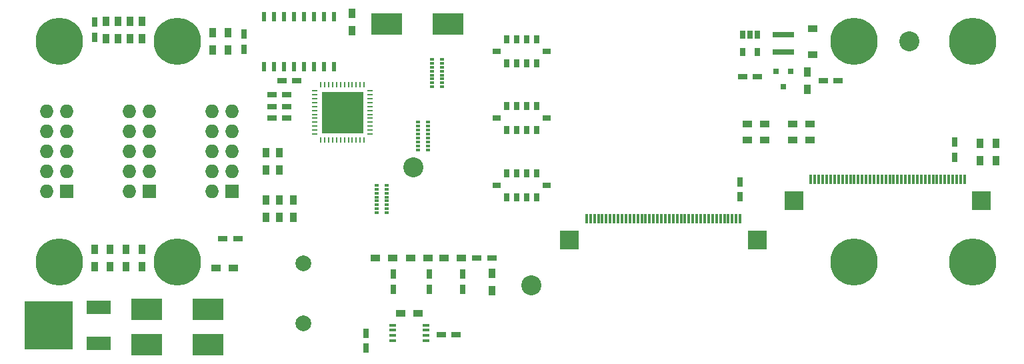
<source format=gbr>
G04 #@! TF.FileFunction,Soldermask,Top*
%FSLAX46Y46*%
G04 Gerber Fmt 4.6, Leading zero omitted, Abs format (unit mm)*
G04 Created by KiCad (PCBNEW 4.0.5+dfsg1-4) date Tue May 29 15:03:41 2018*
%MOMM*%
%LPD*%
G01*
G04 APERTURE LIST*
%ADD10C,0.100000*%
%ADD11R,4.000500X2.700020*%
%ADD12R,1.727200X1.727200*%
%ADD13O,1.727200X1.727200*%
%ADD14R,0.300000X1.200000*%
%ADD15R,2.400000X2.400000*%
%ADD16O,0.750000X0.250000*%
%ADD17O,0.250000X0.750000*%
%ADD18R,5.300000X5.300000*%
%ADD19R,0.600000X0.350000*%
%ADD20C,2.000000*%
%ADD21R,0.700000X1.000000*%
%ADD22R,1.000000X0.800000*%
%ADD23R,0.800100X0.800100*%
%ADD24R,2.700000X0.800000*%
%ADD25C,6.000000*%
%ADD26R,1.220000X0.910000*%
%ADD27R,0.750000X1.200000*%
%ADD28R,1.200000X0.750000*%
%ADD29R,0.900000X1.200000*%
%ADD30R,1.200000X0.900000*%
%ADD31R,0.508000X1.143000*%
%ADD32R,3.048000X1.651000*%
%ADD33R,6.096000X6.096000*%
%ADD34R,0.890000X0.420000*%
%ADD35R,0.650000X1.060000*%
%ADD36C,2.540000*%
G04 APERTURE END LIST*
D10*
D11*
X127388740Y-58750000D03*
X119611260Y-58750000D03*
D12*
X79000000Y-80000000D03*
D13*
X76460000Y-80000000D03*
X79000000Y-77460000D03*
X76460000Y-77460000D03*
X79000000Y-74920000D03*
X76460000Y-74920000D03*
X79000000Y-72380000D03*
X76460000Y-72380000D03*
X79000000Y-69840000D03*
X76460000Y-69840000D03*
D14*
X164500000Y-83500000D03*
X164000000Y-83500000D03*
X163500000Y-83500000D03*
X163000000Y-83500000D03*
X162500000Y-83500000D03*
X162000000Y-83500000D03*
X161500000Y-83500000D03*
X161000000Y-83500000D03*
X160500000Y-83500000D03*
X160000000Y-83500000D03*
X159500000Y-83500000D03*
X159000000Y-83500000D03*
X158500000Y-83500000D03*
X158000000Y-83500000D03*
X157500000Y-83500000D03*
X157000000Y-83500000D03*
X156500000Y-83500000D03*
X156000000Y-83500000D03*
X155500000Y-83500000D03*
X155000000Y-83500000D03*
X154500000Y-83500000D03*
X154000000Y-83500000D03*
X153500000Y-83500000D03*
X153000000Y-83500000D03*
X152500000Y-83500000D03*
X152000000Y-83500000D03*
X151500000Y-83500000D03*
X151000000Y-83500000D03*
X150500000Y-83500000D03*
X150000000Y-83500000D03*
X149500000Y-83500000D03*
X149000000Y-83500000D03*
X148500000Y-83500000D03*
X148000000Y-83500000D03*
X147500000Y-83500000D03*
X147000000Y-83500000D03*
X146500000Y-83500000D03*
X146000000Y-83500000D03*
X145500000Y-83500000D03*
X145000000Y-83500000D03*
D15*
X166650000Y-86200000D03*
X142850000Y-86200000D03*
D11*
X96888740Y-95000000D03*
X89111260Y-95000000D03*
X96888740Y-99500000D03*
X89111260Y-99500000D03*
D12*
X89500000Y-80000000D03*
D13*
X86960000Y-80000000D03*
X89500000Y-77460000D03*
X86960000Y-77460000D03*
X89500000Y-74920000D03*
X86960000Y-74920000D03*
X89500000Y-72380000D03*
X86960000Y-72380000D03*
X89500000Y-69840000D03*
X86960000Y-69840000D03*
D16*
X117525000Y-69750000D03*
X117525000Y-70250000D03*
X117525000Y-70750000D03*
X117525000Y-71250000D03*
X117525000Y-71750000D03*
X117525000Y-72250000D03*
X117525000Y-72750000D03*
X117525000Y-69250000D03*
X117525000Y-68750000D03*
X117525000Y-68250000D03*
X117525000Y-67750000D03*
X110475000Y-67250000D03*
X110475000Y-67750000D03*
X110475000Y-68250000D03*
X110475000Y-68750000D03*
X110475000Y-69250000D03*
X110475000Y-69750000D03*
X110475000Y-70250000D03*
X110475000Y-70750000D03*
X110475000Y-71250000D03*
X110475000Y-71750000D03*
X110475000Y-72250000D03*
X110475000Y-72750000D03*
D17*
X114250000Y-66475000D03*
X114750000Y-66475000D03*
X115250000Y-66475000D03*
X115750000Y-66475000D03*
X116250000Y-66475000D03*
X116750000Y-66475000D03*
X113750000Y-66475000D03*
X113250000Y-66475000D03*
X112750000Y-66475000D03*
X112250000Y-66475000D03*
X111750000Y-66475000D03*
X111250000Y-66475000D03*
X116750000Y-73525000D03*
X116250000Y-73525000D03*
X115725000Y-73525000D03*
X115250000Y-73525000D03*
X114750000Y-73525000D03*
X114250000Y-73525000D03*
X113750000Y-73525000D03*
X113250000Y-73525000D03*
X112750000Y-73525000D03*
X112250000Y-73525000D03*
X111750000Y-73525000D03*
X111250000Y-73525000D03*
D16*
X117525000Y-67250000D03*
D18*
X114000000Y-70000000D03*
D19*
X118350000Y-79250000D03*
X118350000Y-79750000D03*
X118350000Y-80250000D03*
X118350000Y-80750000D03*
X118350000Y-81250000D03*
X118350000Y-81750000D03*
X118350000Y-82250000D03*
X118350000Y-82750000D03*
X119650000Y-82750000D03*
X119650000Y-82250000D03*
X119650000Y-81750000D03*
X119650000Y-81250000D03*
X119650000Y-80750000D03*
X119650000Y-80250000D03*
X119650000Y-79750000D03*
X119650000Y-79250000D03*
X123600000Y-71250000D03*
X123600000Y-71750000D03*
X123600000Y-72250000D03*
X123600000Y-72750000D03*
X123600000Y-73250000D03*
X123600000Y-73750000D03*
X123600000Y-74250000D03*
X123600000Y-74750000D03*
X124900000Y-74750000D03*
X124900000Y-74250000D03*
X124900000Y-73750000D03*
X124900000Y-73250000D03*
X124900000Y-72750000D03*
X124900000Y-72250000D03*
X124900000Y-71750000D03*
X124900000Y-71250000D03*
X125350000Y-63250000D03*
X125350000Y-63750000D03*
X125350000Y-64250000D03*
X125350000Y-64750000D03*
X125350000Y-65250000D03*
X125350000Y-65750000D03*
X125350000Y-66250000D03*
X125350000Y-66750000D03*
X126650000Y-66750000D03*
X126650000Y-66250000D03*
X126650000Y-65750000D03*
X126650000Y-65250000D03*
X126650000Y-64750000D03*
X126650000Y-64250000D03*
X126650000Y-63750000D03*
X126650000Y-63250000D03*
D20*
X109000000Y-89200000D03*
X109000000Y-96800000D03*
D21*
X134845000Y-60726000D03*
X136115000Y-60726000D03*
X137385000Y-60726000D03*
X138655000Y-60726000D03*
X134845000Y-63774000D03*
X136115000Y-63774000D03*
X137385000Y-63774000D03*
X138655000Y-63774000D03*
D22*
X133575000Y-62250000D03*
X139925000Y-62250000D03*
D21*
X134845000Y-69226000D03*
X136115000Y-69226000D03*
X137385000Y-69226000D03*
X138655000Y-69226000D03*
X134845000Y-72274000D03*
X136115000Y-72274000D03*
X137385000Y-72274000D03*
X138655000Y-72274000D03*
D22*
X133575000Y-70750000D03*
X139925000Y-70750000D03*
D21*
X134845000Y-77726000D03*
X136115000Y-77726000D03*
X137385000Y-77726000D03*
X138655000Y-77726000D03*
X134845000Y-80774000D03*
X136115000Y-80774000D03*
X137385000Y-80774000D03*
X138655000Y-80774000D03*
D22*
X133575000Y-79250000D03*
X139925000Y-79250000D03*
D23*
X170950000Y-64749240D03*
X169050000Y-64749240D03*
X170000000Y-66748220D03*
D24*
X170000000Y-62350000D03*
X170000000Y-60150000D03*
D25*
X179000000Y-61000000D03*
X179000000Y-89000000D03*
X78000000Y-61000000D03*
X78000000Y-89000000D03*
D26*
X173750000Y-62635000D03*
X173750000Y-59365000D03*
D27*
X82500000Y-60450000D03*
X82500000Y-58550000D03*
D28*
X106950000Y-69250000D03*
X105050000Y-69250000D03*
D27*
X101500000Y-61950000D03*
X101500000Y-60050000D03*
X120500000Y-90550000D03*
X120500000Y-92450000D03*
D28*
X106950000Y-70750000D03*
X105050000Y-70750000D03*
D27*
X125000000Y-90550000D03*
X125000000Y-92450000D03*
D28*
X106950000Y-67750000D03*
X105050000Y-67750000D03*
D27*
X129250000Y-90550000D03*
X129250000Y-92450000D03*
D28*
X132950000Y-88500000D03*
X131050000Y-88500000D03*
X126550000Y-98250000D03*
X128450000Y-98250000D03*
X166700000Y-65500000D03*
X164800000Y-65500000D03*
X100700000Y-86000000D03*
X98800000Y-86000000D03*
D27*
X117000000Y-99950000D03*
X117000000Y-98050000D03*
D29*
X88500000Y-60600000D03*
X88500000Y-58400000D03*
X85500000Y-60600000D03*
X85500000Y-58400000D03*
X84500000Y-89600000D03*
X84500000Y-87400000D03*
X82500000Y-87400000D03*
X82500000Y-89600000D03*
X84000000Y-60600000D03*
X84000000Y-58400000D03*
X99500000Y-62100000D03*
X99500000Y-59900000D03*
X97500000Y-62100000D03*
X97500000Y-59900000D03*
X88500000Y-87400000D03*
X88500000Y-89600000D03*
X87000000Y-60600000D03*
X87000000Y-58400000D03*
X86500000Y-87400000D03*
X86500000Y-89600000D03*
X104250000Y-75150000D03*
X104250000Y-77350000D03*
D30*
X100100000Y-89750000D03*
X97900000Y-89750000D03*
D29*
X106000000Y-75150000D03*
X106000000Y-77350000D03*
X107750000Y-81150000D03*
X107750000Y-83350000D03*
X106000000Y-81150000D03*
X106000000Y-83350000D03*
X104250000Y-81150000D03*
X104250000Y-83350000D03*
X115250000Y-57400000D03*
X115250000Y-59600000D03*
D30*
X120350000Y-88500000D03*
X118150000Y-88500000D03*
X124850000Y-88500000D03*
X122650000Y-88500000D03*
X129100000Y-88500000D03*
X126900000Y-88500000D03*
D29*
X133000000Y-92600000D03*
X133000000Y-90400000D03*
D30*
X121400000Y-95500000D03*
X123600000Y-95500000D03*
D29*
X173000000Y-64900000D03*
X173000000Y-67100000D03*
X195000000Y-76100000D03*
X195000000Y-73900000D03*
X197000000Y-76100000D03*
X197000000Y-73900000D03*
D31*
X104055000Y-57825000D03*
X106595000Y-57825000D03*
X107865000Y-57825000D03*
X109135000Y-57825000D03*
X110405000Y-57825000D03*
X111675000Y-57825000D03*
X112945000Y-57825000D03*
X112945000Y-64175000D03*
X111675000Y-64175000D03*
X110405000Y-64175000D03*
X109135000Y-64175000D03*
X107865000Y-64175000D03*
X106595000Y-64175000D03*
X105325000Y-64175000D03*
X104055000Y-64175000D03*
X105325000Y-57825000D03*
D32*
X83000000Y-99286000D03*
D33*
X76650000Y-97000000D03*
D32*
X83000000Y-94714000D03*
D34*
X124605000Y-98975000D03*
X124605000Y-98325000D03*
X124605000Y-97675000D03*
X124605000Y-97025000D03*
X120395000Y-97025000D03*
X120395000Y-97675000D03*
X120395000Y-98325000D03*
X120395000Y-98975000D03*
D35*
X166700000Y-60150000D03*
X165750000Y-60150000D03*
X164800000Y-60150000D03*
X164800000Y-62350000D03*
X166700000Y-62350000D03*
D30*
X167600000Y-71500000D03*
X165400000Y-71500000D03*
D28*
X175050000Y-66000000D03*
X176950000Y-66000000D03*
D27*
X164500000Y-80700000D03*
X164500000Y-78800000D03*
D25*
X93000000Y-61000000D03*
X194000000Y-61000000D03*
X93000000Y-89000000D03*
X194000000Y-89000000D03*
D14*
X193000000Y-78500000D03*
X192500000Y-78500000D03*
X192000000Y-78500000D03*
X191500000Y-78500000D03*
X191000000Y-78500000D03*
X190500000Y-78500000D03*
X190000000Y-78500000D03*
X189500000Y-78500000D03*
X189000000Y-78500000D03*
X188500000Y-78500000D03*
X188000000Y-78500000D03*
X187500000Y-78500000D03*
X187000000Y-78500000D03*
X186500000Y-78500000D03*
X186000000Y-78500000D03*
X185500000Y-78500000D03*
X185000000Y-78500000D03*
X184500000Y-78500000D03*
X184000000Y-78500000D03*
X183500000Y-78500000D03*
X183000000Y-78500000D03*
X182500000Y-78500000D03*
X182000000Y-78500000D03*
X181500000Y-78500000D03*
X181000000Y-78500000D03*
X180500000Y-78500000D03*
X180000000Y-78500000D03*
X179500000Y-78500000D03*
X179000000Y-78500000D03*
X178500000Y-78500000D03*
X178000000Y-78500000D03*
X177500000Y-78500000D03*
X177000000Y-78500000D03*
X176500000Y-78500000D03*
X176000000Y-78500000D03*
X175500000Y-78500000D03*
X175000000Y-78500000D03*
X174500000Y-78500000D03*
X174000000Y-78500000D03*
X173500000Y-78500000D03*
D15*
X195150000Y-81200000D03*
X171350000Y-81200000D03*
D30*
X165400000Y-73500000D03*
X167600000Y-73500000D03*
X173350000Y-71500000D03*
X171150000Y-71500000D03*
X171150000Y-73500000D03*
X173350000Y-73500000D03*
D28*
X108200000Y-66000000D03*
X106300000Y-66000000D03*
D12*
X100000000Y-80000000D03*
D13*
X97460000Y-80000000D03*
X100000000Y-77460000D03*
X97460000Y-77460000D03*
X100000000Y-74920000D03*
X97460000Y-74920000D03*
X100000000Y-72380000D03*
X97460000Y-72380000D03*
X100000000Y-69840000D03*
X97460000Y-69840000D03*
D27*
X191750000Y-75700000D03*
X191750000Y-73800000D03*
D36*
X186000000Y-61000000D03*
X138000000Y-92000000D03*
X123000000Y-77000000D03*
M02*

</source>
